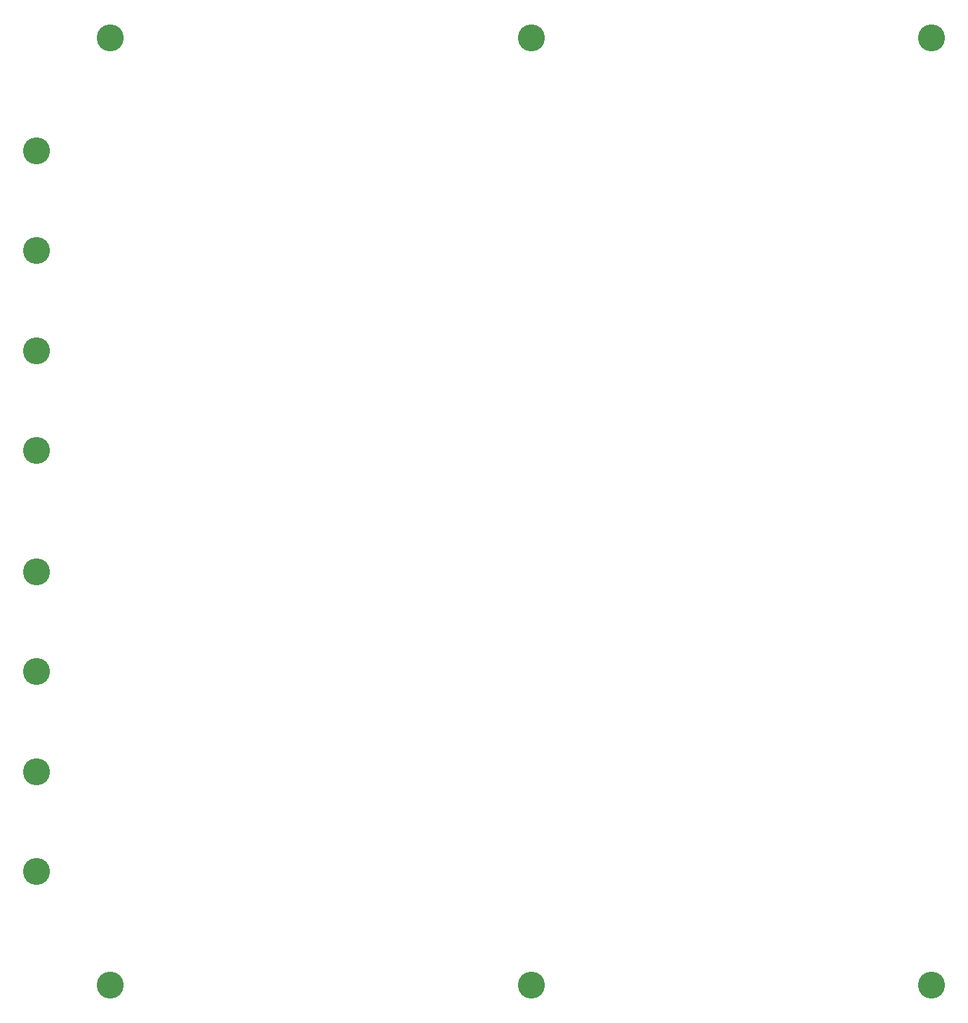
<source format=gts>
G75*
G70*
%OFA0B0*%
%FSLAX24Y24*%
%IPPOS*%
%LPD*%
%AMOC8*
5,1,8,0,0,1.08239X$1,22.5*
%
%ADD10C,0.1280*%
D10*
X007151Y002151D03*
X003651Y007551D03*
X003651Y012289D03*
X003651Y017051D03*
X003651Y021789D03*
X003651Y027551D03*
X003651Y032289D03*
X003651Y037051D03*
X003651Y041789D03*
X007151Y047151D03*
X027151Y047151D03*
X046151Y047151D03*
X046151Y002151D03*
X027151Y002151D03*
M02*

</source>
